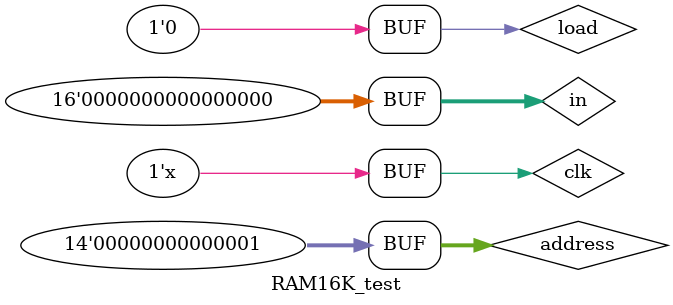
<source format=v>
`timescale 1ns / 1ps


module RAM16K_test;

	// Inputs
	reg [15:0] in;
	reg [13:0] address;
	reg load;
	reg clk;

	// Outputs
	wire [15:0] out;
	always #40 clk=~clk;
	// Instantiate the Unit Under Test (UUT)
	RAM16K uut (
		.in(in), 
		.address(address), 
		.load(load), 
		.clk(clk), 
		.out(out)
	);

	initial begin
		// Initialize Inputs
		in = 0;
		address = 0;
		load = 0;
		clk = 0;

		// Wait 100 ns for global reset to finish
		#100;
       address=2;
			#100;
			address=1;
		// Add stimulus here

	end
      
endmodule


</source>
